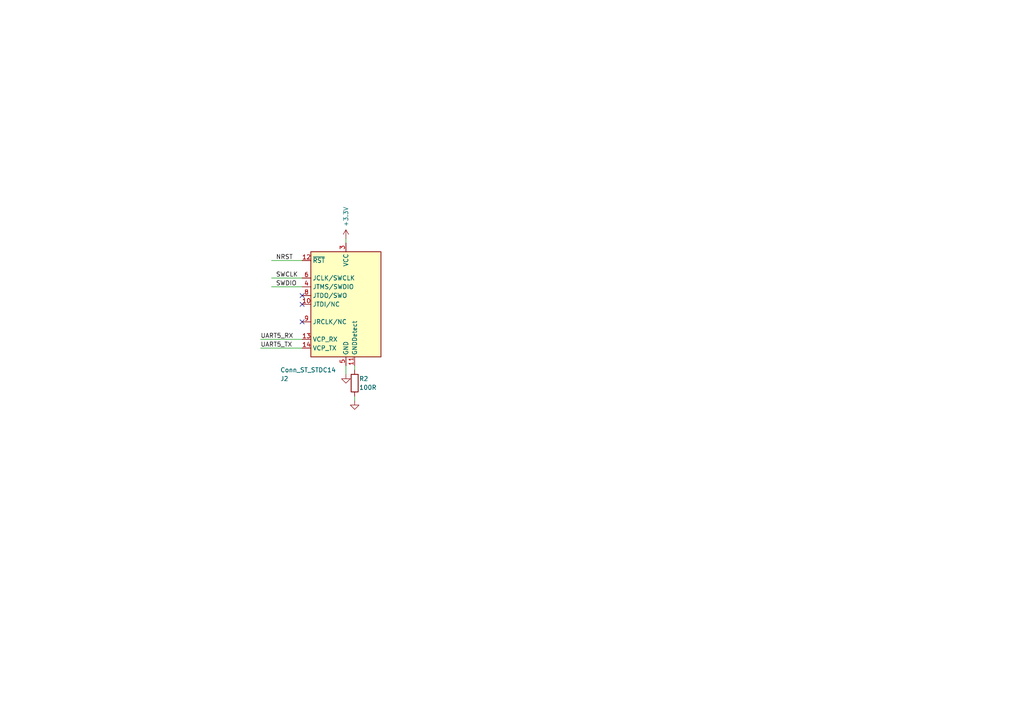
<source format=kicad_sch>
(kicad_sch (version 20230121) (generator eeschema)
  (paper "A4")
  (lib_symbols
    (symbol "Connector:Conn_ST_STDC14"
      (property "Reference" "J" (at -8.89 16.51 0))
      (property "Value" "Conn_ST_STDC14" (at 17.78 16.51 0))
      (symbol "Conn_ST_STDC14_0_1"
        (rectangle (start -10.16 15.24) (end 10.16 -15.24) (stroke (width 0.254)) (fill (type background)))
      )
      (symbol "Conn_ST_STDC14_1_1"
        (pin no_connect line (at -10.16 5.08 0) (length 2.54) hide (name "NC") (number "1"))
        (pin output line (at 12.7 0 180) (length 2.54) (name "JTDI/NC") (number "10"))
        (pin passive line (at -2.54 -17.78 90) (length 2.54) (name "GNDDetect") (number "11"))
        (pin open_collector line (at 12.7 12.7 180) (length 2.54) (name "~{RST}") (number "12"))
        (pin output line (at 12.7 -10.16 180) (length 2.54) (name "VCP_RX") (number "13"))
        (pin input line (at 12.7 -12.7 180) (length 2.54) (name "VCP_TX") (number "14"))
        (pin no_connect line (at -10.16 2.54 0) (length 2.54) hide (name "NC") (number "2"))
        (pin power_in line (at 0 17.78 270) (length 2.54) (name "VCC") (number "3"))
        (pin bidirectional line (at 12.7 5.08 180) (length 2.54) (name "JTMS/SWDIO") (number "4"))
        (pin power_in line (at 0 -17.78 90) (length 2.54) (name "GND") (number "5"))
        (pin output line (at 12.7 7.62 180) (length 2.54) (name "JCLK/SWCLK") (number "6"))
        (pin passive line (at 0 -17.78 90) (length 2.54) hide (name "GND") (number "7"))
        (pin input line (at 12.7 2.54 180) (length 2.54) (name "JTDO/SWO") (number "8"))
        (pin input line (at 12.7 -5.08 180) (length 2.54) (name "JRCLK/NC") (number "9"))
      )
    )
    (symbol "Device:R" (pin_numbers hide) (pin_names (offset 0))
      (property "Reference" "R" (at 2.032 0 90))
      (property "Value" "R" (at 0 0 90))
      (symbol "R_0_1"
        (rectangle (start -1.016 -2.54) (end 1.016 2.54) (stroke (width 0.254)))
      )
      (symbol "R_1_1"
        (pin passive line (at 0 3.81 270) (length 1.27) (name "~") (number "1"))
        (pin passive line (at 0 -3.81 90) (length 1.27) (name "~") (number "2"))
      )
    )
    (symbol "power:+3.3V" (power) (pin_names (offset 0))
      (property "Value" "+3.3V" (at 0 3.556 0))
      (symbol "+3.3V_0_1"
        (polyline (pts (xy -0.762 1.27) (xy 0 2.54)))
        (polyline (pts (xy 0 0) (xy 0 2.54)))
        (polyline (pts (xy 0 2.54) (xy 0.762 1.27)))
      )
      (symbol "+3.3V_1_1"
        (pin power_in line (at 0 0 90) (length 0) hide (name "+3.3V") (number "1"))
      )
    )
    (symbol "power:GND" (power) (pin_names (offset 0))
      (property "Value" "GND" (at 0 -3.81 0))
      (symbol "GND_0_1"
        (polyline (pts (xy 0 0) (xy 0 -1.27) (xy 1.27 -1.27) (xy 0 -2.54) (xy -1.27 -1.27) (xy 0 -1.27)))
      )
      (symbol "GND_1_1"
        (pin power_in line (at 0 0 270) (length 0) hide (name "GND") (number "1"))
      )
    )
  )
  (no_connect (at 87.63 88.265))
  (no_connect (at 87.63 93.345))
  (no_connect (at 87.63 85.725))
  (wire (pts (xy 102.87 114.935) (xy 102.87 116.205)))
  (wire (pts (xy 78.74 83.185) (xy 87.63 83.185)))
  (wire (pts (xy 78.74 75.565) (xy 87.63 75.565)))
  (wire (pts (xy 102.87 106.045) (xy 102.87 107.315)))
  (wire (pts (xy 100.33 69.215) (xy 100.33 70.485)))
  (wire (pts (xy 100.33 106.045) (xy 100.33 108.585)))
  (wire (pts (xy 75.565 100.965) (xy 87.63 100.965)))
  (wire (pts (xy 75.565 98.425) (xy 87.63 98.425)))
  (wire (pts (xy 78.74 80.645) (xy 87.63 80.645)))
  (label "SWDIO" (at 80.01 83.185 0))
  (label "UART5_TX" (at 75.565 100.965 0))
  (label "UART5_RX" (at 75.565 98.425 0))
  (label "NRST" (at 80.01 75.565 0))
  (label "SWCLK" (at 80.01 80.645 0))
  (symbol (lib_id "power:GND") (at 102.87 116.205 0) (unit 1)
    (property "Reference" "#PWR015" (effects hide))
    (property "Value" "GND" (effects hide))
    (instances (project "ShotClockProject" (path "" (reference "#PWR015") (unit 1)) (path "" (reference "#PWR030") (unit 1)) (path "" (reference "#PWR030") (unit 1))))
  )
  (symbol (lib_id "power:+3.3V") (at 100.33 69.215 0) (unit 1)
    (property "Reference" "#PWR016" (effects hide))
    (property "Value" "+3.3V" (at 100.33 62.865 90))
    (instances (project "ShotClockProject" (path "" (reference "#PWR016") (unit 1)) (path "" (reference "#PWR020") (unit 1)) (path "" (reference "#PWR020") (unit 1))))
  )
  (symbol (lib_id "power:GND") (at 100.33 108.585 0) (unit 1)
    (property "Reference" "#PWR015" (effects hide))
    (property "Value" "GND" (effects hide))
    (instances (project "ShotClockProject" (path "" (reference "#PWR015") (unit 1)) (path "" (reference "#PWR028") (unit 1)) (path "" (reference "#PWR028") (unit 1))))
  )
  (symbol (lib_id "Connector:Conn_ST_STDC14") (at 100.33 88.265 0) (mirror y) (unit 1)
    (property "Reference" "J2" (at 81.28 109.855 0) (effects (justify right)))
    (property "Value" "Conn_ST_STDC14" (at 81.28 107.315 0) (effects (justify right)))
    (property "Footprint" "Connector_PinHeader_1.27mm:PinHeader_2x07_P1.27mm_Vertical_SMD" (effects hide))
    (property "Datasheet" "https://www.st.com/content/ccc/resource/technical/document/user_manual/group1/99/49/91/b6/b2/3a/46/e5/DM00526767/files/DM00526767.pdf/jcr:content/translations/en.DM00526767.pdf" (effects hide))
    (property "LCSC Part #" "C3975190" (effects hide))
    (property "LCSC Part" "C3975190" (effects hide))
  )
  (symbol (lib_id "Device:R") (at 102.87 111.125 0) (unit 1)
    (property "Reference" "R2" (at 104.14 109.855 0) (effects (justify left)))
    (property "Value" "100R" (at 104.14 112.395 0) (effects (justify left)))
    (property "Footprint" "Resistor_SMD:R_0402_1005Metric" (effects hide))
    (property "LCSC Part #" "C25076" (effects hide))
    (property "LCSC Part" "C25076" (effects hide))
    (instances (project "ShotClockProject" (path "" (reference "R2") (unit 1)) (path "" (reference "R12") (unit 1)) (path "" (reference "R12") (unit 1))))
  )
)
</source>
